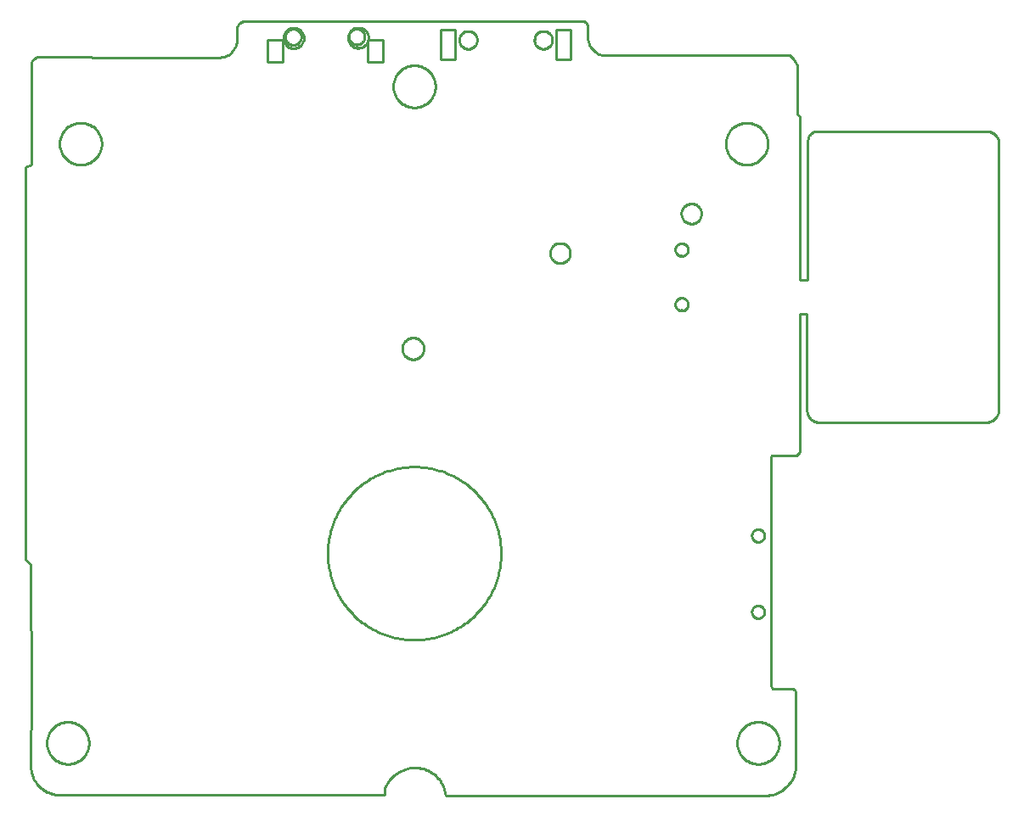
<source format=gbr>
G04 EAGLE Gerber X2 export*
%TF.Part,Single*%
%TF.FileFunction,Profile,NP*%
%TF.FilePolarity,Positive*%
%TF.GenerationSoftware,Autodesk,EAGLE,9.0.0*%
%TF.CreationDate,2018-08-21T14:51:34Z*%
G75*
%MOMM*%
%FSLAX34Y34*%
%LPD*%
%AMOC8*
5,1,8,0,0,1.08239X$1,22.5*%
G01*
%ADD10C,0.254000*%


D10*
X384657Y456733D02*
X389777Y450926D01*
X389999Y321511D01*
X389838Y251008D01*
X389798Y250846D01*
X389878Y249737D01*
X389838Y247318D01*
X390100Y244939D01*
X390322Y243931D01*
X390382Y243427D01*
X391007Y241209D01*
X392076Y238286D01*
X392298Y237802D01*
X392862Y236733D01*
X393044Y236310D01*
X393185Y236068D01*
X393386Y235685D01*
X394536Y233891D01*
X395322Y232802D01*
X395503Y232479D01*
X395786Y232157D01*
X397459Y230221D01*
X397640Y230080D01*
X398185Y229496D01*
X398447Y229254D01*
X398689Y229012D01*
X399213Y228528D01*
X399939Y227903D01*
X401310Y226834D01*
X402217Y226209D01*
X403104Y225665D01*
X403931Y225221D01*
X405886Y224153D01*
X406955Y223669D01*
X408729Y223004D01*
X410060Y222580D01*
X410826Y222439D01*
X415947Y221552D01*
X422882Y221572D01*
X432419Y221592D01*
X442338Y221572D01*
X482862Y221572D01*
X523688Y221592D01*
X540160Y221572D01*
X643225Y221572D01*
X657761Y221552D01*
X668547Y221592D01*
X678406Y221572D01*
X695825Y221572D01*
X704374Y221592D01*
X714333Y221592D01*
X728789Y221552D01*
X738063Y221592D01*
X739716Y221592D01*
X742620Y221592D01*
X742499Y223608D01*
X742801Y227237D01*
X743003Y228064D01*
X743708Y229838D01*
X744353Y231189D01*
X745140Y232661D01*
X746007Y234092D01*
X747801Y236612D01*
X749152Y238165D01*
X751914Y240866D01*
X754454Y242842D01*
X756934Y244395D01*
X758809Y245342D01*
X760865Y246270D01*
X763265Y247076D01*
X765644Y247721D01*
X768224Y248165D01*
X770704Y248387D01*
X771269Y248387D01*
X772901Y248427D01*
X773668Y248427D01*
X773890Y248427D01*
X774877Y248366D01*
X776269Y248205D01*
X777377Y248044D01*
X778446Y247862D01*
X779434Y247620D01*
X780382Y247419D01*
X781168Y247177D01*
X782922Y246612D01*
X783244Y246491D01*
X784313Y246088D01*
X784313Y246088D01*
X785684Y245483D01*
X786873Y244879D01*
X787962Y244294D01*
X789051Y243669D01*
X791188Y242157D01*
X792136Y241411D01*
X793204Y240504D01*
X795281Y238487D01*
X796047Y237641D01*
X796551Y237036D01*
X798123Y234979D01*
X798688Y234133D01*
X800140Y231673D01*
X800926Y230000D01*
X802115Y226996D01*
X803103Y223326D01*
X803466Y220806D01*
X803587Y220806D01*
X1125542Y220806D01*
X1125724Y220907D01*
X1127558Y221149D01*
X1128244Y221290D01*
X1129937Y221713D01*
X1131772Y222237D01*
X1134010Y223165D01*
X1135683Y223931D01*
X1137478Y224919D01*
X1139111Y225907D01*
X1140905Y227298D01*
X1142437Y228588D01*
X1143788Y229879D01*
X1145099Y231270D01*
X1146469Y233104D01*
X1147800Y234939D01*
X1148687Y236451D01*
X1149534Y238165D01*
X1150421Y240141D01*
X1151026Y241895D01*
X1151530Y243568D01*
X1151631Y244012D01*
X1151853Y245141D01*
X1152034Y246088D01*
X1152316Y247701D01*
X1152377Y251592D01*
X1152417Y254072D01*
X1152417Y281491D01*
X1152457Y288830D01*
X1152417Y298225D01*
X1152417Y322802D01*
X1152357Y324334D01*
X1151853Y325302D01*
X1151187Y326048D01*
X1150381Y326552D01*
X1149514Y326854D01*
X1130421Y326854D01*
X1130038Y326895D01*
X1129413Y327157D01*
X1128768Y327741D01*
X1128284Y328487D01*
X1128183Y329314D01*
X1128183Y332399D01*
X1128203Y338326D01*
X1128203Y413487D01*
X1128183Y423991D01*
X1128203Y434031D01*
X1128203Y499011D01*
X1128224Y508628D01*
X1128224Y528789D01*
X1128183Y537378D01*
X1128163Y552459D01*
X1128224Y558930D01*
X1128808Y559717D01*
X1129776Y560201D01*
X1131853Y560301D01*
X1133586Y560261D01*
X1152558Y560261D01*
X1153264Y560281D01*
X1154111Y560826D01*
X1155119Y561713D01*
X1155804Y562600D01*
X1156349Y563688D01*
X1156631Y564717D01*
X1156651Y567398D01*
X1156651Y610200D01*
X1156631Y620100D01*
X1156651Y635200D01*
X1156611Y657801D01*
X1156651Y669636D01*
X1156631Y684535D01*
X1156651Y701531D01*
X1163676Y701523D01*
X1163701Y701497D01*
X1163701Y605215D01*
X1163747Y604158D01*
X1163885Y603110D01*
X1164114Y602077D01*
X1164432Y601068D01*
X1164837Y600091D01*
X1165325Y599153D01*
X1165894Y598260D01*
X1166538Y597421D01*
X1167252Y596641D01*
X1168032Y595927D01*
X1168871Y595283D01*
X1169763Y594714D01*
X1170702Y594226D01*
X1171679Y593821D01*
X1172688Y593503D01*
X1173721Y593274D01*
X1174769Y593136D01*
X1175826Y593090D01*
X1342082Y593090D01*
X1343216Y593140D01*
X1344341Y593288D01*
X1345449Y593533D01*
X1346531Y593874D01*
X1347579Y594309D01*
X1348586Y594833D01*
X1349543Y595442D01*
X1350443Y596133D01*
X1351280Y596900D01*
X1352047Y597737D01*
X1352738Y598637D01*
X1353347Y599594D01*
X1353871Y600601D01*
X1354306Y601649D01*
X1354647Y602731D01*
X1354892Y603839D01*
X1355041Y604964D01*
X1355090Y606098D01*
X1355090Y871188D01*
X1355043Y872265D01*
X1354902Y873333D01*
X1354669Y874385D01*
X1354345Y875413D01*
X1353933Y876408D01*
X1353435Y877364D01*
X1352856Y878272D01*
X1352201Y879127D01*
X1351473Y879922D01*
X1350678Y880650D01*
X1349823Y881305D01*
X1348915Y881884D01*
X1347959Y882382D01*
X1346964Y882794D01*
X1345936Y883118D01*
X1344884Y883351D01*
X1343816Y883492D01*
X1342739Y883539D01*
X1173564Y883539D01*
X1172782Y883505D01*
X1172006Y883403D01*
X1171242Y883233D01*
X1170495Y882998D01*
X1169772Y882698D01*
X1169077Y882337D01*
X1168417Y881916D01*
X1167796Y881439D01*
X1167219Y880910D01*
X1166690Y880333D01*
X1166213Y879712D01*
X1165792Y879052D01*
X1165431Y878357D01*
X1165131Y877634D01*
X1164896Y876887D01*
X1164726Y876123D01*
X1164624Y875347D01*
X1164590Y874565D01*
X1164590Y735330D01*
X1156631Y735330D01*
X1156631Y812700D01*
X1156611Y832357D01*
X1156611Y845684D01*
X1156651Y857599D01*
X1156631Y871813D01*
X1156631Y890785D01*
X1156611Y898164D01*
X1156570Y898385D01*
X1154070Y899918D01*
X1154111Y918728D01*
X1154111Y936389D01*
X1154070Y946853D01*
X1153748Y949051D01*
X1153082Y951248D01*
X1152679Y952176D01*
X1151026Y955119D01*
X1150703Y955522D01*
X1148990Y957478D01*
X1148163Y958184D01*
X1146570Y959393D01*
X1146187Y959615D01*
X1143244Y959615D01*
X1138264Y959615D01*
X1127256Y959575D01*
X1125824Y959575D01*
X1119272Y959555D01*
X1103506Y959575D01*
X1052962Y959575D01*
X1041974Y959595D01*
X1013063Y959575D01*
X997962Y959575D01*
X963184Y959595D01*
X962579Y959555D01*
X960321Y959676D01*
X956208Y960784D01*
X952881Y962639D01*
X951349Y963869D01*
X949676Y965502D01*
X948184Y967377D01*
X946873Y969756D01*
X946349Y970946D01*
X945542Y973385D01*
X945180Y975986D01*
X945159Y983365D01*
X945159Y987740D01*
X945079Y988909D01*
X944655Y990381D01*
X944151Y991309D01*
X943587Y991954D01*
X943143Y992458D01*
X942559Y992821D01*
X941692Y993304D01*
X940966Y993506D01*
X940341Y993627D01*
X939292Y993708D01*
X938486Y993728D01*
X930119Y993708D01*
X925059Y993667D01*
X917236Y993688D01*
X909958Y993708D01*
X908123Y993688D01*
X649716Y993688D01*
X641914Y993647D01*
X632841Y993647D01*
X626975Y993748D01*
X603628Y993506D01*
X602882Y993482D01*
X602142Y993394D01*
X601412Y993241D01*
X600698Y993025D01*
X600006Y992748D01*
X599340Y992411D01*
X598706Y992018D01*
X598109Y991571D01*
X597554Y991074D01*
X597043Y990530D01*
X596582Y989943D01*
X596174Y989319D01*
X595822Y988662D01*
X595529Y987976D01*
X595296Y987268D01*
X595126Y986541D01*
X595020Y985803D01*
X594979Y985059D01*
X595079Y975240D01*
X595062Y973733D01*
X594913Y972233D01*
X594635Y970752D01*
X594228Y969300D01*
X593696Y967890D01*
X593043Y966532D01*
X592275Y965235D01*
X591396Y964011D01*
X590414Y962867D01*
X589336Y961814D01*
X588170Y960858D01*
X586926Y960008D01*
X585612Y959270D01*
X584238Y958648D01*
X582816Y958149D01*
X581356Y957776D01*
X579869Y957531D01*
X578366Y957417D01*
X503893Y957417D01*
X398084Y957619D01*
X396290Y957498D01*
X394536Y956954D01*
X393991Y956571D01*
X392177Y955200D01*
X391249Y953909D01*
X390523Y952740D01*
X390181Y951893D01*
X390544Y850139D01*
X384838Y847599D01*
X384798Y846551D01*
X384657Y456733D01*
X913520Y955787D02*
X927733Y955787D01*
X927733Y984823D01*
X913520Y984823D01*
X913520Y955787D01*
X725760Y952460D02*
X740760Y952460D01*
X740760Y974960D01*
X725760Y974960D01*
X725760Y952460D01*
X625760Y952460D02*
X640760Y952460D01*
X640760Y974960D01*
X625760Y974960D01*
X625760Y952460D01*
X798372Y955787D02*
X812585Y955787D01*
X812585Y984823D01*
X798372Y984823D01*
X798372Y955787D01*
X659291Y977395D02*
X659291Y978172D01*
X659215Y978946D01*
X659063Y979709D01*
X658838Y980453D01*
X658540Y981172D01*
X658173Y981857D01*
X657741Y982504D01*
X657248Y983105D01*
X656698Y983655D01*
X656097Y984148D01*
X655450Y984580D01*
X654765Y984947D01*
X654046Y985245D01*
X653302Y985470D01*
X652539Y985622D01*
X651765Y985698D01*
X650988Y985698D01*
X650214Y985622D01*
X649451Y985470D01*
X648707Y985245D01*
X647988Y984947D01*
X647303Y984580D01*
X646656Y984148D01*
X646055Y983655D01*
X645505Y983105D01*
X645012Y982504D01*
X644580Y981857D01*
X644213Y981172D01*
X643915Y980453D01*
X643690Y979709D01*
X643538Y978946D01*
X643462Y978172D01*
X643462Y977395D01*
X643538Y976621D01*
X643690Y975858D01*
X643915Y975114D01*
X644213Y974396D01*
X644580Y973710D01*
X645012Y973063D01*
X645505Y972462D01*
X646055Y971912D01*
X646656Y971419D01*
X647303Y970987D01*
X647988Y970620D01*
X648707Y970323D01*
X649451Y970097D01*
X650214Y969945D01*
X650988Y969869D01*
X651765Y969869D01*
X652539Y969945D01*
X653302Y970097D01*
X654046Y970323D01*
X654765Y970620D01*
X655450Y970987D01*
X656097Y971419D01*
X656698Y971912D01*
X657248Y972462D01*
X657741Y973063D01*
X658173Y973710D01*
X658540Y974396D01*
X658838Y975114D01*
X659063Y975858D01*
X659215Y976621D01*
X659291Y977395D01*
X722657Y977704D02*
X722657Y978481D01*
X722581Y979255D01*
X722429Y980018D01*
X722204Y980762D01*
X721906Y981481D01*
X721539Y982166D01*
X721107Y982813D01*
X720614Y983414D01*
X720064Y983964D01*
X719463Y984457D01*
X718816Y984889D01*
X718131Y985256D01*
X717412Y985554D01*
X716668Y985779D01*
X715905Y985931D01*
X715131Y986007D01*
X714354Y986007D01*
X713580Y985931D01*
X712817Y985779D01*
X712073Y985554D01*
X711355Y985256D01*
X710669Y984889D01*
X710022Y984457D01*
X709421Y983964D01*
X708871Y983414D01*
X708378Y982813D01*
X707946Y982166D01*
X707579Y981481D01*
X707282Y980762D01*
X707056Y980018D01*
X706904Y979255D01*
X706828Y978481D01*
X706828Y977704D01*
X706904Y976930D01*
X707056Y976167D01*
X707282Y975423D01*
X707579Y974705D01*
X707946Y974019D01*
X708378Y973372D01*
X708871Y972771D01*
X709421Y972221D01*
X710022Y971728D01*
X710669Y971296D01*
X711355Y970929D01*
X712073Y970632D01*
X712817Y970406D01*
X713580Y970254D01*
X714354Y970178D01*
X715131Y970178D01*
X715905Y970254D01*
X716668Y970406D01*
X717412Y970632D01*
X718131Y970929D01*
X718816Y971296D01*
X719463Y971728D01*
X720064Y972221D01*
X720614Y972771D01*
X721107Y973372D01*
X721539Y974019D01*
X721906Y974705D01*
X722204Y975423D01*
X722429Y976167D01*
X722581Y976930D01*
X722657Y977704D01*
X460375Y870587D02*
X460299Y869323D01*
X460146Y868066D01*
X459918Y866820D01*
X459615Y865590D01*
X459238Y864381D01*
X458789Y863197D01*
X458269Y862042D01*
X457680Y860921D01*
X457025Y859837D01*
X456306Y858795D01*
X455525Y857798D01*
X454685Y856850D01*
X453790Y855955D01*
X452842Y855115D01*
X451845Y854334D01*
X450803Y853615D01*
X449719Y852960D01*
X448598Y852371D01*
X447443Y851851D01*
X446259Y851402D01*
X445050Y851025D01*
X443820Y850722D01*
X442574Y850494D01*
X441317Y850341D01*
X440053Y850265D01*
X438787Y850265D01*
X437523Y850341D01*
X436266Y850494D01*
X435020Y850722D01*
X433790Y851025D01*
X432581Y851402D01*
X431397Y851851D01*
X430242Y852371D01*
X429121Y852960D01*
X428037Y853615D01*
X426995Y854334D01*
X425998Y855115D01*
X425050Y855955D01*
X424155Y856850D01*
X423315Y857798D01*
X422534Y858795D01*
X421815Y859837D01*
X421160Y860921D01*
X420571Y862042D01*
X420051Y863197D01*
X419602Y864381D01*
X419225Y865590D01*
X418922Y866820D01*
X418694Y868066D01*
X418541Y869323D01*
X418465Y870587D01*
X418465Y871853D01*
X418541Y873117D01*
X418694Y874374D01*
X418922Y875620D01*
X419225Y876850D01*
X419602Y878059D01*
X420051Y879243D01*
X420571Y880398D01*
X421160Y881519D01*
X421815Y882603D01*
X422534Y883645D01*
X423315Y884642D01*
X424155Y885590D01*
X425050Y886485D01*
X425998Y887325D01*
X426995Y888106D01*
X428037Y888825D01*
X429121Y889480D01*
X430242Y890069D01*
X431397Y890589D01*
X432581Y891038D01*
X433790Y891415D01*
X435020Y891718D01*
X436266Y891946D01*
X437523Y892099D01*
X438787Y892175D01*
X440053Y892175D01*
X441317Y892099D01*
X442574Y891946D01*
X443820Y891718D01*
X445050Y891415D01*
X446259Y891038D01*
X447443Y890589D01*
X448598Y890069D01*
X449719Y889480D01*
X450803Y888825D01*
X451845Y888106D01*
X452842Y887325D01*
X453790Y886485D01*
X454685Y885590D01*
X455525Y884642D01*
X456306Y883645D01*
X457025Y882603D01*
X457680Y881519D01*
X458269Y880398D01*
X458789Y879243D01*
X459238Y878059D01*
X459615Y876850D01*
X459918Y875620D01*
X460146Y874374D01*
X460299Y873117D01*
X460375Y871853D01*
X460375Y870587D01*
X793115Y927737D02*
X793039Y926473D01*
X792886Y925216D01*
X792658Y923970D01*
X792355Y922740D01*
X791978Y921531D01*
X791529Y920347D01*
X791009Y919192D01*
X790420Y918071D01*
X789765Y916987D01*
X789046Y915945D01*
X788265Y914948D01*
X787425Y914000D01*
X786530Y913105D01*
X785582Y912265D01*
X784585Y911484D01*
X783543Y910765D01*
X782459Y910110D01*
X781338Y909521D01*
X780183Y909001D01*
X778999Y908552D01*
X777790Y908175D01*
X776560Y907872D01*
X775314Y907644D01*
X774057Y907491D01*
X772793Y907415D01*
X771527Y907415D01*
X770263Y907491D01*
X769006Y907644D01*
X767760Y907872D01*
X766530Y908175D01*
X765321Y908552D01*
X764137Y909001D01*
X762982Y909521D01*
X761861Y910110D01*
X760777Y910765D01*
X759735Y911484D01*
X758738Y912265D01*
X757790Y913105D01*
X756895Y914000D01*
X756055Y914948D01*
X755274Y915945D01*
X754555Y916987D01*
X753900Y918071D01*
X753311Y919192D01*
X752791Y920347D01*
X752342Y921531D01*
X751965Y922740D01*
X751662Y923970D01*
X751434Y925216D01*
X751281Y926473D01*
X751205Y927737D01*
X751205Y929003D01*
X751281Y930267D01*
X751434Y931524D01*
X751662Y932770D01*
X751965Y934000D01*
X752342Y935209D01*
X752791Y936393D01*
X753311Y937548D01*
X753900Y938669D01*
X754555Y939753D01*
X755274Y940795D01*
X756055Y941792D01*
X756895Y942740D01*
X757790Y943635D01*
X758738Y944475D01*
X759735Y945256D01*
X760777Y945975D01*
X761861Y946630D01*
X762982Y947219D01*
X764137Y947739D01*
X765321Y948188D01*
X766530Y948565D01*
X767760Y948868D01*
X769006Y949096D01*
X770263Y949249D01*
X771527Y949325D01*
X772793Y949325D01*
X774057Y949249D01*
X775314Y949096D01*
X776560Y948868D01*
X777790Y948565D01*
X778999Y948188D01*
X780183Y947739D01*
X781338Y947219D01*
X782459Y946630D01*
X783543Y945975D01*
X784585Y945256D01*
X785582Y944475D01*
X786530Y943635D01*
X787425Y942740D01*
X788265Y941792D01*
X789046Y940795D01*
X789765Y939753D01*
X790420Y938669D01*
X791009Y937548D01*
X791529Y936393D01*
X791978Y935209D01*
X792355Y934000D01*
X792658Y932770D01*
X792886Y931524D01*
X793039Y930267D01*
X793115Y929003D01*
X793115Y927737D01*
X1124585Y870587D02*
X1124509Y869323D01*
X1124356Y868066D01*
X1124128Y866820D01*
X1123825Y865590D01*
X1123448Y864381D01*
X1122999Y863197D01*
X1122479Y862042D01*
X1121890Y860921D01*
X1121235Y859837D01*
X1120516Y858795D01*
X1119735Y857798D01*
X1118895Y856850D01*
X1118000Y855955D01*
X1117052Y855115D01*
X1116055Y854334D01*
X1115013Y853615D01*
X1113929Y852960D01*
X1112808Y852371D01*
X1111653Y851851D01*
X1110469Y851402D01*
X1109260Y851025D01*
X1108030Y850722D01*
X1106784Y850494D01*
X1105527Y850341D01*
X1104263Y850265D01*
X1102997Y850265D01*
X1101733Y850341D01*
X1100476Y850494D01*
X1099230Y850722D01*
X1098000Y851025D01*
X1096791Y851402D01*
X1095607Y851851D01*
X1094452Y852371D01*
X1093331Y852960D01*
X1092247Y853615D01*
X1091205Y854334D01*
X1090208Y855115D01*
X1089260Y855955D01*
X1088365Y856850D01*
X1087525Y857798D01*
X1086744Y858795D01*
X1086025Y859837D01*
X1085370Y860921D01*
X1084781Y862042D01*
X1084261Y863197D01*
X1083812Y864381D01*
X1083435Y865590D01*
X1083132Y866820D01*
X1082904Y868066D01*
X1082751Y869323D01*
X1082675Y870587D01*
X1082675Y871853D01*
X1082751Y873117D01*
X1082904Y874374D01*
X1083132Y875620D01*
X1083435Y876850D01*
X1083812Y878059D01*
X1084261Y879243D01*
X1084781Y880398D01*
X1085370Y881519D01*
X1086025Y882603D01*
X1086744Y883645D01*
X1087525Y884642D01*
X1088365Y885590D01*
X1089260Y886485D01*
X1090208Y887325D01*
X1091205Y888106D01*
X1092247Y888825D01*
X1093331Y889480D01*
X1094452Y890069D01*
X1095607Y890589D01*
X1096791Y891038D01*
X1098000Y891415D01*
X1099230Y891718D01*
X1100476Y891946D01*
X1101733Y892099D01*
X1102997Y892175D01*
X1104263Y892175D01*
X1105527Y892099D01*
X1106784Y891946D01*
X1108030Y891718D01*
X1109260Y891415D01*
X1110469Y891038D01*
X1111653Y890589D01*
X1112808Y890069D01*
X1113929Y889480D01*
X1115013Y888825D01*
X1116055Y888106D01*
X1117052Y887325D01*
X1118000Y886485D01*
X1118895Y885590D01*
X1119735Y884642D01*
X1120516Y883645D01*
X1121235Y882603D01*
X1121890Y881519D01*
X1122479Y880398D01*
X1122999Y879243D01*
X1123448Y878059D01*
X1123825Y876850D01*
X1124128Y875620D01*
X1124356Y874374D01*
X1124509Y873117D01*
X1124585Y871853D01*
X1124585Y870587D01*
X1136015Y272417D02*
X1135939Y271153D01*
X1135786Y269896D01*
X1135558Y268650D01*
X1135255Y267420D01*
X1134878Y266211D01*
X1134429Y265027D01*
X1133909Y263872D01*
X1133320Y262751D01*
X1132665Y261667D01*
X1131946Y260625D01*
X1131165Y259628D01*
X1130325Y258680D01*
X1129430Y257785D01*
X1128482Y256945D01*
X1127485Y256164D01*
X1126443Y255445D01*
X1125359Y254790D01*
X1124238Y254201D01*
X1123083Y253681D01*
X1121899Y253232D01*
X1120690Y252855D01*
X1119460Y252552D01*
X1118214Y252324D01*
X1116957Y252171D01*
X1115693Y252095D01*
X1114427Y252095D01*
X1113163Y252171D01*
X1111906Y252324D01*
X1110660Y252552D01*
X1109430Y252855D01*
X1108221Y253232D01*
X1107037Y253681D01*
X1105882Y254201D01*
X1104761Y254790D01*
X1103677Y255445D01*
X1102635Y256164D01*
X1101638Y256945D01*
X1100690Y257785D01*
X1099795Y258680D01*
X1098955Y259628D01*
X1098174Y260625D01*
X1097455Y261667D01*
X1096800Y262751D01*
X1096211Y263872D01*
X1095691Y265027D01*
X1095242Y266211D01*
X1094865Y267420D01*
X1094562Y268650D01*
X1094334Y269896D01*
X1094181Y271153D01*
X1094105Y272417D01*
X1094105Y273683D01*
X1094181Y274947D01*
X1094334Y276204D01*
X1094562Y277450D01*
X1094865Y278680D01*
X1095242Y279889D01*
X1095691Y281073D01*
X1096211Y282228D01*
X1096800Y283349D01*
X1097455Y284433D01*
X1098174Y285475D01*
X1098955Y286472D01*
X1099795Y287420D01*
X1100690Y288315D01*
X1101638Y289155D01*
X1102635Y289936D01*
X1103677Y290655D01*
X1104761Y291310D01*
X1105882Y291899D01*
X1107037Y292419D01*
X1108221Y292868D01*
X1109430Y293245D01*
X1110660Y293548D01*
X1111906Y293776D01*
X1113163Y293929D01*
X1114427Y294005D01*
X1115693Y294005D01*
X1116957Y293929D01*
X1118214Y293776D01*
X1119460Y293548D01*
X1120690Y293245D01*
X1121899Y292868D01*
X1123083Y292419D01*
X1124238Y291899D01*
X1125359Y291310D01*
X1126443Y290655D01*
X1127485Y289936D01*
X1128482Y289155D01*
X1129430Y288315D01*
X1130325Y287420D01*
X1131165Y286472D01*
X1131946Y285475D01*
X1132665Y284433D01*
X1133320Y283349D01*
X1133909Y282228D01*
X1134429Y281073D01*
X1134878Y279889D01*
X1135255Y278680D01*
X1135558Y277450D01*
X1135786Y276204D01*
X1135939Y274947D01*
X1136015Y273683D01*
X1136015Y272417D01*
X447675Y272417D02*
X447599Y271153D01*
X447446Y269896D01*
X447218Y268650D01*
X446915Y267420D01*
X446538Y266211D01*
X446089Y265027D01*
X445569Y263872D01*
X444980Y262751D01*
X444325Y261667D01*
X443606Y260625D01*
X442825Y259628D01*
X441985Y258680D01*
X441090Y257785D01*
X440142Y256945D01*
X439145Y256164D01*
X438103Y255445D01*
X437019Y254790D01*
X435898Y254201D01*
X434743Y253681D01*
X433559Y253232D01*
X432350Y252855D01*
X431120Y252552D01*
X429874Y252324D01*
X428617Y252171D01*
X427353Y252095D01*
X426087Y252095D01*
X424823Y252171D01*
X423566Y252324D01*
X422320Y252552D01*
X421090Y252855D01*
X419881Y253232D01*
X418697Y253681D01*
X417542Y254201D01*
X416421Y254790D01*
X415337Y255445D01*
X414295Y256164D01*
X413298Y256945D01*
X412350Y257785D01*
X411455Y258680D01*
X410615Y259628D01*
X409834Y260625D01*
X409115Y261667D01*
X408460Y262751D01*
X407871Y263872D01*
X407351Y265027D01*
X406902Y266211D01*
X406525Y267420D01*
X406222Y268650D01*
X405994Y269896D01*
X405841Y271153D01*
X405765Y272417D01*
X405765Y273683D01*
X405841Y274947D01*
X405994Y276204D01*
X406222Y277450D01*
X406525Y278680D01*
X406902Y279889D01*
X407351Y281073D01*
X407871Y282228D01*
X408460Y283349D01*
X409115Y284433D01*
X409834Y285475D01*
X410615Y286472D01*
X411455Y287420D01*
X412350Y288315D01*
X413298Y289155D01*
X414295Y289936D01*
X415337Y290655D01*
X416421Y291310D01*
X417542Y291899D01*
X418697Y292419D01*
X419881Y292868D01*
X421090Y293245D01*
X422320Y293548D01*
X423566Y293776D01*
X424823Y293929D01*
X426087Y294005D01*
X427353Y294005D01*
X428617Y293929D01*
X429874Y293776D01*
X431120Y293548D01*
X432350Y293245D01*
X433559Y292868D01*
X434743Y292419D01*
X435898Y291899D01*
X437019Y291310D01*
X438103Y290655D01*
X439145Y289936D01*
X440142Y289155D01*
X441090Y288315D01*
X441985Y287420D01*
X442825Y286472D01*
X443606Y285475D01*
X444325Y284433D01*
X444980Y283349D01*
X445569Y282228D01*
X446089Y281073D01*
X446538Y279889D01*
X446915Y278680D01*
X447218Y277450D01*
X447446Y276204D01*
X447599Y274947D01*
X447675Y273683D01*
X447675Y272417D01*
X781685Y666326D02*
X781618Y665480D01*
X781486Y664642D01*
X781288Y663818D01*
X781026Y663011D01*
X780701Y662227D01*
X780316Y661471D01*
X779873Y660748D01*
X779374Y660062D01*
X778823Y659417D01*
X778223Y658817D01*
X777578Y658266D01*
X776892Y657767D01*
X776169Y657324D01*
X775413Y656939D01*
X774629Y656614D01*
X773822Y656352D01*
X772998Y656154D01*
X772160Y656022D01*
X771314Y655955D01*
X770466Y655955D01*
X769620Y656022D01*
X768782Y656154D01*
X767958Y656352D01*
X767151Y656614D01*
X766367Y656939D01*
X765611Y657324D01*
X764888Y657767D01*
X764202Y658266D01*
X763557Y658817D01*
X762957Y659417D01*
X762406Y660062D01*
X761907Y660748D01*
X761464Y661471D01*
X761079Y662227D01*
X760754Y663011D01*
X760492Y663818D01*
X760294Y664642D01*
X760162Y665480D01*
X760095Y666326D01*
X760095Y667174D01*
X760162Y668020D01*
X760294Y668858D01*
X760492Y669682D01*
X760754Y670489D01*
X761079Y671273D01*
X761464Y672029D01*
X761907Y672752D01*
X762406Y673438D01*
X762957Y674083D01*
X763557Y674683D01*
X764202Y675234D01*
X764888Y675733D01*
X765611Y676176D01*
X766367Y676561D01*
X767151Y676886D01*
X767958Y677148D01*
X768782Y677346D01*
X769620Y677478D01*
X770466Y677545D01*
X771314Y677545D01*
X772160Y677478D01*
X772998Y677346D01*
X773822Y677148D01*
X774629Y676886D01*
X775413Y676561D01*
X776169Y676176D01*
X776892Y675733D01*
X777578Y675234D01*
X778223Y674683D01*
X778823Y674083D01*
X779374Y673438D01*
X779873Y672752D01*
X780316Y672029D01*
X780701Y671273D01*
X781026Y670489D01*
X781288Y669682D01*
X781486Y668858D01*
X781618Y668020D01*
X781685Y667174D01*
X781685Y666326D01*
X858520Y460976D02*
X858441Y458368D01*
X858284Y455764D01*
X858048Y453165D01*
X857733Y450576D01*
X857341Y447996D01*
X856870Y445430D01*
X856323Y442879D01*
X855698Y440346D01*
X854998Y437833D01*
X854222Y435342D01*
X853371Y432876D01*
X852445Y430437D01*
X851447Y428026D01*
X850376Y425647D01*
X849234Y423302D01*
X848022Y420991D01*
X846740Y418719D01*
X845390Y416486D01*
X843974Y414295D01*
X842492Y412148D01*
X840946Y410047D01*
X839337Y407993D01*
X837666Y405989D01*
X835936Y404036D01*
X834148Y402137D01*
X832303Y400292D01*
X830404Y398504D01*
X828451Y396774D01*
X826447Y395103D01*
X824393Y393494D01*
X822292Y391948D01*
X820145Y390466D01*
X817954Y389050D01*
X815721Y387700D01*
X813449Y386418D01*
X811138Y385206D01*
X808793Y384064D01*
X806414Y382993D01*
X804003Y381995D01*
X801564Y381069D01*
X799098Y380218D01*
X796607Y379442D01*
X794094Y378742D01*
X791561Y378117D01*
X789010Y377570D01*
X786444Y377099D01*
X783865Y376707D01*
X781275Y376392D01*
X778676Y376156D01*
X776072Y375999D01*
X773464Y375920D01*
X770856Y375920D01*
X768248Y375999D01*
X765644Y376156D01*
X763045Y376392D01*
X760456Y376707D01*
X757876Y377099D01*
X755310Y377570D01*
X752759Y378117D01*
X750226Y378742D01*
X747713Y379442D01*
X745222Y380218D01*
X742756Y381069D01*
X740317Y381995D01*
X737906Y382993D01*
X735527Y384064D01*
X733182Y385206D01*
X730871Y386418D01*
X728599Y387700D01*
X726366Y389050D01*
X724175Y390466D01*
X722028Y391948D01*
X719927Y393494D01*
X717873Y395103D01*
X715869Y396774D01*
X713916Y398504D01*
X712017Y400292D01*
X710172Y402137D01*
X708384Y404036D01*
X706654Y405989D01*
X704983Y407993D01*
X703374Y410047D01*
X701828Y412148D01*
X700346Y414295D01*
X698930Y416486D01*
X697580Y418719D01*
X696298Y420991D01*
X695086Y423302D01*
X693944Y425647D01*
X692873Y428026D01*
X691875Y430437D01*
X690949Y432876D01*
X690098Y435342D01*
X689322Y437833D01*
X688622Y440346D01*
X687997Y442879D01*
X687450Y445430D01*
X686979Y447996D01*
X686587Y450576D01*
X686272Y453165D01*
X686036Y455764D01*
X685879Y458368D01*
X685800Y460976D01*
X685800Y463584D01*
X685879Y466192D01*
X686036Y468796D01*
X686272Y471395D01*
X686587Y473985D01*
X686979Y476564D01*
X687450Y479130D01*
X687997Y481681D01*
X688622Y484214D01*
X689322Y486727D01*
X690098Y489218D01*
X690949Y491684D01*
X691875Y494123D01*
X692873Y496534D01*
X693944Y498913D01*
X695086Y501258D01*
X696298Y503569D01*
X697580Y505841D01*
X698930Y508074D01*
X700346Y510265D01*
X701828Y512412D01*
X703374Y514513D01*
X704983Y516567D01*
X706654Y518571D01*
X708384Y520524D01*
X710172Y522423D01*
X712017Y524268D01*
X713916Y526056D01*
X715869Y527786D01*
X717873Y529457D01*
X719927Y531066D01*
X722028Y532612D01*
X724175Y534094D01*
X726366Y535510D01*
X728599Y536860D01*
X730871Y538142D01*
X733182Y539354D01*
X735527Y540496D01*
X737906Y541567D01*
X740317Y542565D01*
X742756Y543491D01*
X745222Y544342D01*
X747713Y545118D01*
X750226Y545818D01*
X752759Y546443D01*
X755310Y546990D01*
X757876Y547461D01*
X760456Y547853D01*
X763045Y548168D01*
X765644Y548404D01*
X768248Y548561D01*
X770856Y548640D01*
X773464Y548640D01*
X776072Y548561D01*
X778676Y548404D01*
X781275Y548168D01*
X783865Y547853D01*
X786444Y547461D01*
X789010Y546990D01*
X791561Y546443D01*
X794094Y545818D01*
X796607Y545118D01*
X799098Y544342D01*
X801564Y543491D01*
X804003Y542565D01*
X806414Y541567D01*
X808793Y540496D01*
X811138Y539354D01*
X813449Y538142D01*
X815721Y536860D01*
X817954Y535510D01*
X820145Y534094D01*
X822292Y532612D01*
X824393Y531066D01*
X826447Y529457D01*
X828451Y527786D01*
X830404Y526056D01*
X832303Y524268D01*
X834148Y522423D01*
X835936Y520524D01*
X837666Y518571D01*
X839337Y516567D01*
X840946Y514513D01*
X842492Y512412D01*
X843974Y510265D01*
X845390Y508074D01*
X846740Y505841D01*
X848022Y503569D01*
X849234Y501258D01*
X850376Y498913D01*
X851447Y496534D01*
X852445Y494123D01*
X853371Y491684D01*
X854222Y489218D01*
X854998Y486727D01*
X855698Y484214D01*
X856323Y481681D01*
X856870Y479130D01*
X857341Y476564D01*
X857733Y473985D01*
X858048Y471395D01*
X858284Y468796D01*
X858441Y466192D01*
X858520Y463584D01*
X858520Y460976D01*
X927575Y761563D02*
X927499Y760694D01*
X927347Y759834D01*
X927121Y758990D01*
X926823Y758170D01*
X926454Y757378D01*
X926017Y756622D01*
X925516Y755907D01*
X924955Y755238D01*
X924337Y754620D01*
X923668Y754059D01*
X922953Y753558D01*
X922197Y753121D01*
X921405Y752752D01*
X920585Y752454D01*
X919741Y752228D01*
X918882Y752076D01*
X918012Y752000D01*
X917138Y752000D01*
X916269Y752076D01*
X915409Y752228D01*
X914565Y752454D01*
X913745Y752752D01*
X912953Y753121D01*
X912197Y753558D01*
X911482Y754059D01*
X910813Y754620D01*
X910195Y755238D01*
X909634Y755907D01*
X909133Y756622D01*
X908696Y757378D01*
X908327Y758170D01*
X908029Y758990D01*
X907803Y759834D01*
X907651Y760694D01*
X907575Y761563D01*
X907575Y762437D01*
X907651Y763307D01*
X907803Y764166D01*
X908029Y765010D01*
X908327Y765830D01*
X908696Y766622D01*
X909133Y767378D01*
X909634Y768093D01*
X910195Y768762D01*
X910813Y769380D01*
X911482Y769941D01*
X912197Y770442D01*
X912953Y770879D01*
X913745Y771248D01*
X914565Y771546D01*
X915409Y771772D01*
X916269Y771924D01*
X917138Y772000D01*
X918012Y772000D01*
X918882Y771924D01*
X919741Y771772D01*
X920585Y771546D01*
X921405Y771248D01*
X922197Y770879D01*
X922953Y770442D01*
X923668Y769941D01*
X924337Y769380D01*
X924955Y768762D01*
X925516Y768093D01*
X926017Y767378D01*
X926454Y766622D01*
X926823Y765830D01*
X927121Y765010D01*
X927347Y764166D01*
X927499Y763307D01*
X927575Y762437D01*
X927575Y761563D01*
X1058385Y800933D02*
X1058309Y800064D01*
X1058157Y799204D01*
X1057931Y798360D01*
X1057633Y797540D01*
X1057264Y796748D01*
X1056827Y795992D01*
X1056326Y795277D01*
X1055765Y794608D01*
X1055147Y793990D01*
X1054478Y793429D01*
X1053763Y792928D01*
X1053007Y792491D01*
X1052215Y792122D01*
X1051395Y791824D01*
X1050551Y791598D01*
X1049692Y791446D01*
X1048822Y791370D01*
X1047948Y791370D01*
X1047079Y791446D01*
X1046219Y791598D01*
X1045375Y791824D01*
X1044555Y792122D01*
X1043763Y792491D01*
X1043007Y792928D01*
X1042292Y793429D01*
X1041623Y793990D01*
X1041005Y794608D01*
X1040444Y795277D01*
X1039943Y795992D01*
X1039506Y796748D01*
X1039137Y797540D01*
X1038839Y798360D01*
X1038613Y799204D01*
X1038461Y800064D01*
X1038385Y800933D01*
X1038385Y801807D01*
X1038461Y802677D01*
X1038613Y803536D01*
X1038839Y804380D01*
X1039137Y805200D01*
X1039506Y805992D01*
X1039943Y806748D01*
X1040444Y807463D01*
X1041005Y808132D01*
X1041623Y808750D01*
X1042292Y809311D01*
X1043007Y809812D01*
X1043763Y810249D01*
X1044555Y810618D01*
X1045375Y810916D01*
X1046219Y811142D01*
X1047079Y811294D01*
X1047948Y811370D01*
X1048822Y811370D01*
X1049692Y811294D01*
X1050551Y811142D01*
X1051395Y810916D01*
X1052215Y810618D01*
X1053007Y810249D01*
X1053763Y809812D01*
X1054478Y809311D01*
X1055147Y808750D01*
X1055765Y808132D01*
X1056326Y807463D01*
X1056827Y806748D01*
X1057264Y805992D01*
X1057633Y805200D01*
X1057931Y804380D01*
X1058157Y803536D01*
X1058309Y802677D01*
X1058385Y801807D01*
X1058385Y800933D01*
X1045083Y710602D02*
X1045022Y709981D01*
X1044900Y709369D01*
X1044719Y708772D01*
X1044480Y708196D01*
X1044186Y707646D01*
X1043840Y707127D01*
X1043444Y706645D01*
X1043003Y706204D01*
X1042520Y705808D01*
X1042002Y705461D01*
X1041451Y705167D01*
X1040875Y704928D01*
X1040278Y704747D01*
X1039666Y704625D01*
X1039045Y704564D01*
X1038421Y704564D01*
X1037800Y704625D01*
X1037188Y704747D01*
X1036591Y704928D01*
X1036015Y705167D01*
X1035465Y705461D01*
X1034946Y705808D01*
X1034463Y706204D01*
X1034022Y706645D01*
X1033626Y707127D01*
X1033280Y707646D01*
X1032986Y708196D01*
X1032747Y708772D01*
X1032566Y709369D01*
X1032444Y709981D01*
X1032383Y710602D01*
X1032383Y711226D01*
X1032444Y711847D01*
X1032566Y712459D01*
X1032747Y713056D01*
X1032986Y713633D01*
X1033280Y714183D01*
X1033626Y714702D01*
X1034022Y715184D01*
X1034463Y715625D01*
X1034946Y716021D01*
X1035465Y716367D01*
X1036015Y716662D01*
X1036591Y716900D01*
X1037188Y717081D01*
X1037800Y717203D01*
X1038421Y717264D01*
X1039045Y717264D01*
X1039666Y717203D01*
X1040278Y717081D01*
X1040875Y716900D01*
X1041451Y716662D01*
X1042002Y716367D01*
X1042520Y716021D01*
X1043003Y715625D01*
X1043444Y715184D01*
X1043840Y714702D01*
X1044186Y714183D01*
X1044480Y713633D01*
X1044719Y713056D01*
X1044900Y712459D01*
X1045022Y711847D01*
X1045083Y711226D01*
X1045083Y710602D01*
X1045083Y765149D02*
X1045022Y764528D01*
X1044900Y763916D01*
X1044719Y763319D01*
X1044480Y762743D01*
X1044186Y762192D01*
X1043840Y761674D01*
X1043444Y761191D01*
X1043003Y760750D01*
X1042520Y760354D01*
X1042002Y760008D01*
X1041451Y759714D01*
X1040875Y759475D01*
X1040278Y759294D01*
X1039666Y759172D01*
X1039045Y759111D01*
X1038421Y759111D01*
X1037800Y759172D01*
X1037188Y759294D01*
X1036591Y759475D01*
X1036015Y759714D01*
X1035465Y760008D01*
X1034946Y760354D01*
X1034463Y760750D01*
X1034022Y761191D01*
X1033626Y761674D01*
X1033280Y762192D01*
X1032986Y762743D01*
X1032747Y763319D01*
X1032566Y763916D01*
X1032444Y764528D01*
X1032383Y765149D01*
X1032383Y765773D01*
X1032444Y766394D01*
X1032566Y767006D01*
X1032747Y767603D01*
X1032986Y768179D01*
X1033280Y768729D01*
X1033626Y769248D01*
X1034022Y769730D01*
X1034463Y770171D01*
X1034946Y770567D01*
X1035465Y770914D01*
X1036015Y771208D01*
X1036591Y771447D01*
X1037188Y771628D01*
X1037800Y771750D01*
X1038421Y771811D01*
X1039045Y771811D01*
X1039666Y771750D01*
X1040278Y771628D01*
X1040875Y771447D01*
X1041451Y771208D01*
X1042002Y770914D01*
X1042520Y770567D01*
X1043003Y770171D01*
X1043444Y769730D01*
X1043840Y769248D01*
X1044186Y768729D01*
X1044480Y768179D01*
X1044719Y767603D01*
X1044900Y767006D01*
X1045022Y766394D01*
X1045083Y765773D01*
X1045083Y765149D01*
X661988Y976186D02*
X661910Y975303D01*
X661756Y974429D01*
X661527Y973572D01*
X661223Y972738D01*
X660848Y971934D01*
X660405Y971166D01*
X659896Y970439D01*
X659325Y969759D01*
X658698Y969132D01*
X658018Y968562D01*
X657292Y968053D01*
X656523Y967609D01*
X655719Y967234D01*
X654886Y966931D01*
X654029Y966701D01*
X653155Y966547D01*
X652271Y966470D01*
X651384Y966470D01*
X650500Y966547D01*
X649626Y966701D01*
X648769Y966931D01*
X647936Y967234D01*
X647132Y967609D01*
X646363Y968053D01*
X645637Y968562D01*
X644957Y969132D01*
X644330Y969759D01*
X643759Y970439D01*
X643250Y971166D01*
X642807Y971934D01*
X642432Y972738D01*
X642129Y973572D01*
X641899Y974429D01*
X641745Y975303D01*
X641668Y976186D01*
X641668Y977074D01*
X641745Y977957D01*
X641899Y978831D01*
X642129Y979688D01*
X642432Y980522D01*
X642807Y981326D01*
X643250Y982094D01*
X643759Y982821D01*
X644330Y983501D01*
X644957Y984128D01*
X645637Y984698D01*
X646363Y985207D01*
X647132Y985651D01*
X647936Y986026D01*
X648769Y986329D01*
X649626Y986559D01*
X650500Y986713D01*
X651384Y986790D01*
X652271Y986790D01*
X653155Y986713D01*
X654029Y986559D01*
X654886Y986329D01*
X655719Y986026D01*
X656523Y985651D01*
X657292Y985207D01*
X658018Y984698D01*
X658698Y984128D01*
X659325Y983501D01*
X659896Y982821D01*
X660405Y982094D01*
X660848Y981326D01*
X661223Y980522D01*
X661527Y979688D01*
X661756Y978831D01*
X661910Y977957D01*
X661988Y977074D01*
X661988Y976186D01*
X726440Y976504D02*
X726363Y975620D01*
X726209Y974746D01*
X725979Y973889D01*
X725676Y973056D01*
X725301Y972252D01*
X724857Y971483D01*
X724348Y970757D01*
X723778Y970077D01*
X723151Y969450D01*
X722471Y968879D01*
X721744Y968370D01*
X720976Y967927D01*
X720172Y967552D01*
X719338Y967249D01*
X718481Y967019D01*
X717607Y966865D01*
X716724Y966788D01*
X715836Y966788D01*
X714953Y966865D01*
X714079Y967019D01*
X713222Y967249D01*
X712388Y967552D01*
X711584Y967927D01*
X710816Y968370D01*
X710089Y968879D01*
X709409Y969450D01*
X708782Y970077D01*
X708212Y970757D01*
X707703Y971483D01*
X707259Y972252D01*
X706884Y973056D01*
X706581Y973889D01*
X706351Y974746D01*
X706197Y975620D01*
X706120Y976504D01*
X706120Y977391D01*
X706197Y978275D01*
X706351Y979149D01*
X706581Y980006D01*
X706884Y980839D01*
X707259Y981643D01*
X707703Y982412D01*
X708212Y983138D01*
X708782Y983818D01*
X709409Y984445D01*
X710089Y985016D01*
X710816Y985525D01*
X711584Y985968D01*
X712388Y986343D01*
X713222Y986647D01*
X714079Y986876D01*
X714953Y987030D01*
X715836Y987108D01*
X716724Y987108D01*
X717607Y987030D01*
X718481Y986876D01*
X719338Y986647D01*
X720172Y986343D01*
X720976Y985968D01*
X721744Y985525D01*
X722471Y985016D01*
X723151Y984445D01*
X723778Y983818D01*
X724348Y983138D01*
X724857Y982412D01*
X725301Y981643D01*
X725676Y980839D01*
X725979Y980006D01*
X726209Y979149D01*
X726363Y978275D01*
X726440Y977391D01*
X726440Y976504D01*
X460375Y870587D02*
X460299Y869323D01*
X460146Y868066D01*
X459918Y866820D01*
X459615Y865590D01*
X459238Y864381D01*
X458789Y863197D01*
X458269Y862042D01*
X457680Y860921D01*
X457025Y859837D01*
X456306Y858795D01*
X455525Y857798D01*
X454685Y856850D01*
X453790Y855955D01*
X452842Y855115D01*
X451845Y854334D01*
X450803Y853615D01*
X449719Y852960D01*
X448598Y852371D01*
X447443Y851851D01*
X446259Y851402D01*
X445050Y851025D01*
X443820Y850722D01*
X442574Y850494D01*
X441317Y850341D01*
X440053Y850265D01*
X438787Y850265D01*
X437523Y850341D01*
X436266Y850494D01*
X435020Y850722D01*
X433790Y851025D01*
X432581Y851402D01*
X431397Y851851D01*
X430242Y852371D01*
X429121Y852960D01*
X428037Y853615D01*
X426995Y854334D01*
X425998Y855115D01*
X425050Y855955D01*
X424155Y856850D01*
X423315Y857798D01*
X422534Y858795D01*
X421815Y859837D01*
X421160Y860921D01*
X420571Y862042D01*
X420051Y863197D01*
X419602Y864381D01*
X419225Y865590D01*
X418922Y866820D01*
X418694Y868066D01*
X418541Y869323D01*
X418465Y870587D01*
X418465Y871853D01*
X418541Y873117D01*
X418694Y874374D01*
X418922Y875620D01*
X419225Y876850D01*
X419602Y878059D01*
X420051Y879243D01*
X420571Y880398D01*
X421160Y881519D01*
X421815Y882603D01*
X422534Y883645D01*
X423315Y884642D01*
X424155Y885590D01*
X425050Y886485D01*
X425998Y887325D01*
X426995Y888106D01*
X428037Y888825D01*
X429121Y889480D01*
X430242Y890069D01*
X431397Y890589D01*
X432581Y891038D01*
X433790Y891415D01*
X435020Y891718D01*
X436266Y891946D01*
X437523Y892099D01*
X438787Y892175D01*
X440053Y892175D01*
X441317Y892099D01*
X442574Y891946D01*
X443820Y891718D01*
X445050Y891415D01*
X446259Y891038D01*
X447443Y890589D01*
X448598Y890069D01*
X449719Y889480D01*
X450803Y888825D01*
X451845Y888106D01*
X452842Y887325D01*
X453790Y886485D01*
X454685Y885590D01*
X455525Y884642D01*
X456306Y883645D01*
X457025Y882603D01*
X457680Y881519D01*
X458269Y880398D01*
X458789Y879243D01*
X459238Y878059D01*
X459615Y876850D01*
X459918Y875620D01*
X460146Y874374D01*
X460299Y873117D01*
X460375Y871853D01*
X460375Y870587D01*
X793115Y927737D02*
X793039Y926473D01*
X792886Y925216D01*
X792658Y923970D01*
X792355Y922740D01*
X791978Y921531D01*
X791529Y920347D01*
X791009Y919192D01*
X790420Y918071D01*
X789765Y916987D01*
X789046Y915945D01*
X788265Y914948D01*
X787425Y914000D01*
X786530Y913105D01*
X785582Y912265D01*
X784585Y911484D01*
X783543Y910765D01*
X782459Y910110D01*
X781338Y909521D01*
X780183Y909001D01*
X778999Y908552D01*
X777790Y908175D01*
X776560Y907872D01*
X775314Y907644D01*
X774057Y907491D01*
X772793Y907415D01*
X771527Y907415D01*
X770263Y907491D01*
X769006Y907644D01*
X767760Y907872D01*
X766530Y908175D01*
X765321Y908552D01*
X764137Y909001D01*
X762982Y909521D01*
X761861Y910110D01*
X760777Y910765D01*
X759735Y911484D01*
X758738Y912265D01*
X757790Y913105D01*
X756895Y914000D01*
X756055Y914948D01*
X755274Y915945D01*
X754555Y916987D01*
X753900Y918071D01*
X753311Y919192D01*
X752791Y920347D01*
X752342Y921531D01*
X751965Y922740D01*
X751662Y923970D01*
X751434Y925216D01*
X751281Y926473D01*
X751205Y927737D01*
X751205Y929003D01*
X751281Y930267D01*
X751434Y931524D01*
X751662Y932770D01*
X751965Y934000D01*
X752342Y935209D01*
X752791Y936393D01*
X753311Y937548D01*
X753900Y938669D01*
X754555Y939753D01*
X755274Y940795D01*
X756055Y941792D01*
X756895Y942740D01*
X757790Y943635D01*
X758738Y944475D01*
X759735Y945256D01*
X760777Y945975D01*
X761861Y946630D01*
X762982Y947219D01*
X764137Y947739D01*
X765321Y948188D01*
X766530Y948565D01*
X767760Y948868D01*
X769006Y949096D01*
X770263Y949249D01*
X771527Y949325D01*
X772793Y949325D01*
X774057Y949249D01*
X775314Y949096D01*
X776560Y948868D01*
X777790Y948565D01*
X778999Y948188D01*
X780183Y947739D01*
X781338Y947219D01*
X782459Y946630D01*
X783543Y945975D01*
X784585Y945256D01*
X785582Y944475D01*
X786530Y943635D01*
X787425Y942740D01*
X788265Y941792D01*
X789046Y940795D01*
X789765Y939753D01*
X790420Y938669D01*
X791009Y937548D01*
X791529Y936393D01*
X791978Y935209D01*
X792355Y934000D01*
X792658Y932770D01*
X792886Y931524D01*
X793039Y930267D01*
X793115Y929003D01*
X793115Y927737D01*
X1124585Y870587D02*
X1124509Y869323D01*
X1124356Y868066D01*
X1124128Y866820D01*
X1123825Y865590D01*
X1123448Y864381D01*
X1122999Y863197D01*
X1122479Y862042D01*
X1121890Y860921D01*
X1121235Y859837D01*
X1120516Y858795D01*
X1119735Y857798D01*
X1118895Y856850D01*
X1118000Y855955D01*
X1117052Y855115D01*
X1116055Y854334D01*
X1115013Y853615D01*
X1113929Y852960D01*
X1112808Y852371D01*
X1111653Y851851D01*
X1110469Y851402D01*
X1109260Y851025D01*
X1108030Y850722D01*
X1106784Y850494D01*
X1105527Y850341D01*
X1104263Y850265D01*
X1102997Y850265D01*
X1101733Y850341D01*
X1100476Y850494D01*
X1099230Y850722D01*
X1098000Y851025D01*
X1096791Y851402D01*
X1095607Y851851D01*
X1094452Y852371D01*
X1093331Y852960D01*
X1092247Y853615D01*
X1091205Y854334D01*
X1090208Y855115D01*
X1089260Y855955D01*
X1088365Y856850D01*
X1087525Y857798D01*
X1086744Y858795D01*
X1086025Y859837D01*
X1085370Y860921D01*
X1084781Y862042D01*
X1084261Y863197D01*
X1083812Y864381D01*
X1083435Y865590D01*
X1083132Y866820D01*
X1082904Y868066D01*
X1082751Y869323D01*
X1082675Y870587D01*
X1082675Y871853D01*
X1082751Y873117D01*
X1082904Y874374D01*
X1083132Y875620D01*
X1083435Y876850D01*
X1083812Y878059D01*
X1084261Y879243D01*
X1084781Y880398D01*
X1085370Y881519D01*
X1086025Y882603D01*
X1086744Y883645D01*
X1087525Y884642D01*
X1088365Y885590D01*
X1089260Y886485D01*
X1090208Y887325D01*
X1091205Y888106D01*
X1092247Y888825D01*
X1093331Y889480D01*
X1094452Y890069D01*
X1095607Y890589D01*
X1096791Y891038D01*
X1098000Y891415D01*
X1099230Y891718D01*
X1100476Y891946D01*
X1101733Y892099D01*
X1102997Y892175D01*
X1104263Y892175D01*
X1105527Y892099D01*
X1106784Y891946D01*
X1108030Y891718D01*
X1109260Y891415D01*
X1110469Y891038D01*
X1111653Y890589D01*
X1112808Y890069D01*
X1113929Y889480D01*
X1115013Y888825D01*
X1116055Y888106D01*
X1117052Y887325D01*
X1118000Y886485D01*
X1118895Y885590D01*
X1119735Y884642D01*
X1120516Y883645D01*
X1121235Y882603D01*
X1121890Y881519D01*
X1122479Y880398D01*
X1122999Y879243D01*
X1123448Y878059D01*
X1123825Y876850D01*
X1124128Y875620D01*
X1124356Y874374D01*
X1124509Y873117D01*
X1124585Y871853D01*
X1124585Y870587D01*
X1136015Y272417D02*
X1135939Y271153D01*
X1135786Y269896D01*
X1135558Y268650D01*
X1135255Y267420D01*
X1134878Y266211D01*
X1134429Y265027D01*
X1133909Y263872D01*
X1133320Y262751D01*
X1132665Y261667D01*
X1131946Y260625D01*
X1131165Y259628D01*
X1130325Y258680D01*
X1129430Y257785D01*
X1128482Y256945D01*
X1127485Y256164D01*
X1126443Y255445D01*
X1125359Y254790D01*
X1124238Y254201D01*
X1123083Y253681D01*
X1121899Y253232D01*
X1120690Y252855D01*
X1119460Y252552D01*
X1118214Y252324D01*
X1116957Y252171D01*
X1115693Y252095D01*
X1114427Y252095D01*
X1113163Y252171D01*
X1111906Y252324D01*
X1110660Y252552D01*
X1109430Y252855D01*
X1108221Y253232D01*
X1107037Y253681D01*
X1105882Y254201D01*
X1104761Y254790D01*
X1103677Y255445D01*
X1102635Y256164D01*
X1101638Y256945D01*
X1100690Y257785D01*
X1099795Y258680D01*
X1098955Y259628D01*
X1098174Y260625D01*
X1097455Y261667D01*
X1096800Y262751D01*
X1096211Y263872D01*
X1095691Y265027D01*
X1095242Y266211D01*
X1094865Y267420D01*
X1094562Y268650D01*
X1094334Y269896D01*
X1094181Y271153D01*
X1094105Y272417D01*
X1094105Y273683D01*
X1094181Y274947D01*
X1094334Y276204D01*
X1094562Y277450D01*
X1094865Y278680D01*
X1095242Y279889D01*
X1095691Y281073D01*
X1096211Y282228D01*
X1096800Y283349D01*
X1097455Y284433D01*
X1098174Y285475D01*
X1098955Y286472D01*
X1099795Y287420D01*
X1100690Y288315D01*
X1101638Y289155D01*
X1102635Y289936D01*
X1103677Y290655D01*
X1104761Y291310D01*
X1105882Y291899D01*
X1107037Y292419D01*
X1108221Y292868D01*
X1109430Y293245D01*
X1110660Y293548D01*
X1111906Y293776D01*
X1113163Y293929D01*
X1114427Y294005D01*
X1115693Y294005D01*
X1116957Y293929D01*
X1118214Y293776D01*
X1119460Y293548D01*
X1120690Y293245D01*
X1121899Y292868D01*
X1123083Y292419D01*
X1124238Y291899D01*
X1125359Y291310D01*
X1126443Y290655D01*
X1127485Y289936D01*
X1128482Y289155D01*
X1129430Y288315D01*
X1130325Y287420D01*
X1131165Y286472D01*
X1131946Y285475D01*
X1132665Y284433D01*
X1133320Y283349D01*
X1133909Y282228D01*
X1134429Y281073D01*
X1134878Y279889D01*
X1135255Y278680D01*
X1135558Y277450D01*
X1135786Y276204D01*
X1135939Y274947D01*
X1136015Y273683D01*
X1136015Y272417D01*
X447675Y272417D02*
X447599Y271153D01*
X447446Y269896D01*
X447218Y268650D01*
X446915Y267420D01*
X446538Y266211D01*
X446089Y265027D01*
X445569Y263872D01*
X444980Y262751D01*
X444325Y261667D01*
X443606Y260625D01*
X442825Y259628D01*
X441985Y258680D01*
X441090Y257785D01*
X440142Y256945D01*
X439145Y256164D01*
X438103Y255445D01*
X437019Y254790D01*
X435898Y254201D01*
X434743Y253681D01*
X433559Y253232D01*
X432350Y252855D01*
X431120Y252552D01*
X429874Y252324D01*
X428617Y252171D01*
X427353Y252095D01*
X426087Y252095D01*
X424823Y252171D01*
X423566Y252324D01*
X422320Y252552D01*
X421090Y252855D01*
X419881Y253232D01*
X418697Y253681D01*
X417542Y254201D01*
X416421Y254790D01*
X415337Y255445D01*
X414295Y256164D01*
X413298Y256945D01*
X412350Y257785D01*
X411455Y258680D01*
X410615Y259628D01*
X409834Y260625D01*
X409115Y261667D01*
X408460Y262751D01*
X407871Y263872D01*
X407351Y265027D01*
X406902Y266211D01*
X406525Y267420D01*
X406222Y268650D01*
X405994Y269896D01*
X405841Y271153D01*
X405765Y272417D01*
X405765Y273683D01*
X405841Y274947D01*
X405994Y276204D01*
X406222Y277450D01*
X406525Y278680D01*
X406902Y279889D01*
X407351Y281073D01*
X407871Y282228D01*
X408460Y283349D01*
X409115Y284433D01*
X409834Y285475D01*
X410615Y286472D01*
X411455Y287420D01*
X412350Y288315D01*
X413298Y289155D01*
X414295Y289936D01*
X415337Y290655D01*
X416421Y291310D01*
X417542Y291899D01*
X418697Y292419D01*
X419881Y292868D01*
X421090Y293245D01*
X422320Y293548D01*
X423566Y293776D01*
X424823Y293929D01*
X426087Y294005D01*
X427353Y294005D01*
X428617Y293929D01*
X429874Y293776D01*
X431120Y293548D01*
X432350Y293245D01*
X433559Y292868D01*
X434743Y292419D01*
X435898Y291899D01*
X437019Y291310D01*
X438103Y290655D01*
X439145Y289936D01*
X440142Y289155D01*
X441090Y288315D01*
X441985Y287420D01*
X442825Y286472D01*
X443606Y285475D01*
X444325Y284433D01*
X444980Y283349D01*
X445569Y282228D01*
X446089Y281073D01*
X446538Y279889D01*
X446915Y278680D01*
X447218Y277450D01*
X447446Y276204D01*
X447599Y274947D01*
X447675Y273683D01*
X447675Y272417D01*
X781685Y666326D02*
X781618Y665480D01*
X781486Y664642D01*
X781288Y663818D01*
X781026Y663011D01*
X780701Y662227D01*
X780316Y661471D01*
X779873Y660748D01*
X779374Y660062D01*
X778823Y659417D01*
X778223Y658817D01*
X777578Y658266D01*
X776892Y657767D01*
X776169Y657324D01*
X775413Y656939D01*
X774629Y656614D01*
X773822Y656352D01*
X772998Y656154D01*
X772160Y656022D01*
X771314Y655955D01*
X770466Y655955D01*
X769620Y656022D01*
X768782Y656154D01*
X767958Y656352D01*
X767151Y656614D01*
X766367Y656939D01*
X765611Y657324D01*
X764888Y657767D01*
X764202Y658266D01*
X763557Y658817D01*
X762957Y659417D01*
X762406Y660062D01*
X761907Y660748D01*
X761464Y661471D01*
X761079Y662227D01*
X760754Y663011D01*
X760492Y663818D01*
X760294Y664642D01*
X760162Y665480D01*
X760095Y666326D01*
X760095Y667174D01*
X760162Y668020D01*
X760294Y668858D01*
X760492Y669682D01*
X760754Y670489D01*
X761079Y671273D01*
X761464Y672029D01*
X761907Y672752D01*
X762406Y673438D01*
X762957Y674083D01*
X763557Y674683D01*
X764202Y675234D01*
X764888Y675733D01*
X765611Y676176D01*
X766367Y676561D01*
X767151Y676886D01*
X767958Y677148D01*
X768782Y677346D01*
X769620Y677478D01*
X770466Y677545D01*
X771314Y677545D01*
X772160Y677478D01*
X772998Y677346D01*
X773822Y677148D01*
X774629Y676886D01*
X775413Y676561D01*
X776169Y676176D01*
X776892Y675733D01*
X777578Y675234D01*
X778223Y674683D01*
X778823Y674083D01*
X779374Y673438D01*
X779873Y672752D01*
X780316Y672029D01*
X780701Y671273D01*
X781026Y670489D01*
X781288Y669682D01*
X781486Y668858D01*
X781618Y668020D01*
X781685Y667174D01*
X781685Y666326D01*
X858520Y460976D02*
X858441Y458368D01*
X858284Y455764D01*
X858048Y453165D01*
X857733Y450576D01*
X857341Y447996D01*
X856870Y445430D01*
X856323Y442879D01*
X855698Y440346D01*
X854998Y437833D01*
X854222Y435342D01*
X853371Y432876D01*
X852445Y430437D01*
X851447Y428026D01*
X850376Y425647D01*
X849234Y423302D01*
X848022Y420991D01*
X846740Y418719D01*
X845390Y416486D01*
X843974Y414295D01*
X842492Y412148D01*
X840946Y410047D01*
X839337Y407993D01*
X837666Y405989D01*
X835936Y404036D01*
X834148Y402137D01*
X832303Y400292D01*
X830404Y398504D01*
X828451Y396774D01*
X826447Y395103D01*
X824393Y393494D01*
X822292Y391948D01*
X820145Y390466D01*
X817954Y389050D01*
X815721Y387700D01*
X813449Y386418D01*
X811138Y385206D01*
X808793Y384064D01*
X806414Y382993D01*
X804003Y381995D01*
X801564Y381069D01*
X799098Y380218D01*
X796607Y379442D01*
X794094Y378742D01*
X791561Y378117D01*
X789010Y377570D01*
X786444Y377099D01*
X783865Y376707D01*
X781275Y376392D01*
X778676Y376156D01*
X776072Y375999D01*
X773464Y375920D01*
X770856Y375920D01*
X768248Y375999D01*
X765644Y376156D01*
X763045Y376392D01*
X760456Y376707D01*
X757876Y377099D01*
X755310Y377570D01*
X752759Y378117D01*
X750226Y378742D01*
X747713Y379442D01*
X745222Y380218D01*
X742756Y381069D01*
X740317Y381995D01*
X737906Y382993D01*
X735527Y384064D01*
X733182Y385206D01*
X730871Y386418D01*
X728599Y387700D01*
X726366Y389050D01*
X724175Y390466D01*
X722028Y391948D01*
X719927Y393494D01*
X717873Y395103D01*
X715869Y396774D01*
X713916Y398504D01*
X712017Y400292D01*
X710172Y402137D01*
X708384Y404036D01*
X706654Y405989D01*
X704983Y407993D01*
X703374Y410047D01*
X701828Y412148D01*
X700346Y414295D01*
X698930Y416486D01*
X697580Y418719D01*
X696298Y420991D01*
X695086Y423302D01*
X693944Y425647D01*
X692873Y428026D01*
X691875Y430437D01*
X690949Y432876D01*
X690098Y435342D01*
X689322Y437833D01*
X688622Y440346D01*
X687997Y442879D01*
X687450Y445430D01*
X686979Y447996D01*
X686587Y450576D01*
X686272Y453165D01*
X686036Y455764D01*
X685879Y458368D01*
X685800Y460976D01*
X685800Y463584D01*
X685879Y466192D01*
X686036Y468796D01*
X686272Y471395D01*
X686587Y473985D01*
X686979Y476564D01*
X687450Y479130D01*
X687997Y481681D01*
X688622Y484214D01*
X689322Y486727D01*
X690098Y489218D01*
X690949Y491684D01*
X691875Y494123D01*
X692873Y496534D01*
X693944Y498913D01*
X695086Y501258D01*
X696298Y503569D01*
X697580Y505841D01*
X698930Y508074D01*
X700346Y510265D01*
X701828Y512412D01*
X703374Y514513D01*
X704983Y516567D01*
X706654Y518571D01*
X708384Y520524D01*
X710172Y522423D01*
X712017Y524268D01*
X713916Y526056D01*
X715869Y527786D01*
X717873Y529457D01*
X719927Y531066D01*
X722028Y532612D01*
X724175Y534094D01*
X726366Y535510D01*
X728599Y536860D01*
X730871Y538142D01*
X733182Y539354D01*
X735527Y540496D01*
X737906Y541567D01*
X740317Y542565D01*
X742756Y543491D01*
X745222Y544342D01*
X747713Y545118D01*
X750226Y545818D01*
X752759Y546443D01*
X755310Y546990D01*
X757876Y547461D01*
X760456Y547853D01*
X763045Y548168D01*
X765644Y548404D01*
X768248Y548561D01*
X770856Y548640D01*
X773464Y548640D01*
X776072Y548561D01*
X778676Y548404D01*
X781275Y548168D01*
X783865Y547853D01*
X786444Y547461D01*
X789010Y546990D01*
X791561Y546443D01*
X794094Y545818D01*
X796607Y545118D01*
X799098Y544342D01*
X801564Y543491D01*
X804003Y542565D01*
X806414Y541567D01*
X808793Y540496D01*
X811138Y539354D01*
X813449Y538142D01*
X815721Y536860D01*
X817954Y535510D01*
X820145Y534094D01*
X822292Y532612D01*
X824393Y531066D01*
X826447Y529457D01*
X828451Y527786D01*
X830404Y526056D01*
X832303Y524268D01*
X834148Y522423D01*
X835936Y520524D01*
X837666Y518571D01*
X839337Y516567D01*
X840946Y514513D01*
X842492Y512412D01*
X843974Y510265D01*
X845390Y508074D01*
X846740Y505841D01*
X848022Y503569D01*
X849234Y501258D01*
X850376Y498913D01*
X851447Y496534D01*
X852445Y494123D01*
X853371Y491684D01*
X854222Y489218D01*
X854998Y486727D01*
X855698Y484214D01*
X856323Y481681D01*
X856870Y479130D01*
X857341Y476564D01*
X857733Y473985D01*
X858048Y471395D01*
X858284Y468796D01*
X858441Y466192D01*
X858520Y463584D01*
X858520Y460976D01*
X927575Y761563D02*
X927499Y760694D01*
X927347Y759834D01*
X927121Y758990D01*
X926823Y758170D01*
X926454Y757378D01*
X926017Y756622D01*
X925516Y755907D01*
X924955Y755238D01*
X924337Y754620D01*
X923668Y754059D01*
X922953Y753558D01*
X922197Y753121D01*
X921405Y752752D01*
X920585Y752454D01*
X919741Y752228D01*
X918882Y752076D01*
X918012Y752000D01*
X917138Y752000D01*
X916269Y752076D01*
X915409Y752228D01*
X914565Y752454D01*
X913745Y752752D01*
X912953Y753121D01*
X912197Y753558D01*
X911482Y754059D01*
X910813Y754620D01*
X910195Y755238D01*
X909634Y755907D01*
X909133Y756622D01*
X908696Y757378D01*
X908327Y758170D01*
X908029Y758990D01*
X907803Y759834D01*
X907651Y760694D01*
X907575Y761563D01*
X907575Y762437D01*
X907651Y763307D01*
X907803Y764166D01*
X908029Y765010D01*
X908327Y765830D01*
X908696Y766622D01*
X909133Y767378D01*
X909634Y768093D01*
X910195Y768762D01*
X910813Y769380D01*
X911482Y769941D01*
X912197Y770442D01*
X912953Y770879D01*
X913745Y771248D01*
X914565Y771546D01*
X915409Y771772D01*
X916269Y771924D01*
X917138Y772000D01*
X918012Y772000D01*
X918882Y771924D01*
X919741Y771772D01*
X920585Y771546D01*
X921405Y771248D01*
X922197Y770879D01*
X922953Y770442D01*
X923668Y769941D01*
X924337Y769380D01*
X924955Y768762D01*
X925516Y768093D01*
X926017Y767378D01*
X926454Y766622D01*
X926823Y765830D01*
X927121Y765010D01*
X927347Y764166D01*
X927499Y763307D01*
X927575Y762437D01*
X927575Y761563D01*
X1058385Y800933D02*
X1058309Y800064D01*
X1058157Y799204D01*
X1057931Y798360D01*
X1057633Y797540D01*
X1057264Y796748D01*
X1056827Y795992D01*
X1056326Y795277D01*
X1055765Y794608D01*
X1055147Y793990D01*
X1054478Y793429D01*
X1053763Y792928D01*
X1053007Y792491D01*
X1052215Y792122D01*
X1051395Y791824D01*
X1050551Y791598D01*
X1049692Y791446D01*
X1048822Y791370D01*
X1047948Y791370D01*
X1047079Y791446D01*
X1046219Y791598D01*
X1045375Y791824D01*
X1044555Y792122D01*
X1043763Y792491D01*
X1043007Y792928D01*
X1042292Y793429D01*
X1041623Y793990D01*
X1041005Y794608D01*
X1040444Y795277D01*
X1039943Y795992D01*
X1039506Y796748D01*
X1039137Y797540D01*
X1038839Y798360D01*
X1038613Y799204D01*
X1038461Y800064D01*
X1038385Y800933D01*
X1038385Y801807D01*
X1038461Y802677D01*
X1038613Y803536D01*
X1038839Y804380D01*
X1039137Y805200D01*
X1039506Y805992D01*
X1039943Y806748D01*
X1040444Y807463D01*
X1041005Y808132D01*
X1041623Y808750D01*
X1042292Y809311D01*
X1043007Y809812D01*
X1043763Y810249D01*
X1044555Y810618D01*
X1045375Y810916D01*
X1046219Y811142D01*
X1047079Y811294D01*
X1047948Y811370D01*
X1048822Y811370D01*
X1049692Y811294D01*
X1050551Y811142D01*
X1051395Y810916D01*
X1052215Y810618D01*
X1053007Y810249D01*
X1053763Y809812D01*
X1054478Y809311D01*
X1055147Y808750D01*
X1055765Y808132D01*
X1056326Y807463D01*
X1056827Y806748D01*
X1057264Y805992D01*
X1057633Y805200D01*
X1057931Y804380D01*
X1058157Y803536D01*
X1058309Y802677D01*
X1058385Y801807D01*
X1058385Y800933D01*
X1045083Y710602D02*
X1045022Y709981D01*
X1044900Y709369D01*
X1044719Y708772D01*
X1044480Y708196D01*
X1044186Y707646D01*
X1043840Y707127D01*
X1043444Y706645D01*
X1043003Y706204D01*
X1042520Y705808D01*
X1042002Y705461D01*
X1041451Y705167D01*
X1040875Y704928D01*
X1040278Y704747D01*
X1039666Y704625D01*
X1039045Y704564D01*
X1038421Y704564D01*
X1037800Y704625D01*
X1037188Y704747D01*
X1036591Y704928D01*
X1036015Y705167D01*
X1035465Y705461D01*
X1034946Y705808D01*
X1034463Y706204D01*
X1034022Y706645D01*
X1033626Y707127D01*
X1033280Y707646D01*
X1032986Y708196D01*
X1032747Y708772D01*
X1032566Y709369D01*
X1032444Y709981D01*
X1032383Y710602D01*
X1032383Y711226D01*
X1032444Y711847D01*
X1032566Y712459D01*
X1032747Y713056D01*
X1032986Y713633D01*
X1033280Y714183D01*
X1033626Y714702D01*
X1034022Y715184D01*
X1034463Y715625D01*
X1034946Y716021D01*
X1035465Y716367D01*
X1036015Y716662D01*
X1036591Y716900D01*
X1037188Y717081D01*
X1037800Y717203D01*
X1038421Y717264D01*
X1039045Y717264D01*
X1039666Y717203D01*
X1040278Y717081D01*
X1040875Y716900D01*
X1041451Y716662D01*
X1042002Y716367D01*
X1042520Y716021D01*
X1043003Y715625D01*
X1043444Y715184D01*
X1043840Y714702D01*
X1044186Y714183D01*
X1044480Y713633D01*
X1044719Y713056D01*
X1044900Y712459D01*
X1045022Y711847D01*
X1045083Y711226D01*
X1045083Y710602D01*
X1045083Y765149D02*
X1045022Y764528D01*
X1044900Y763916D01*
X1044719Y763319D01*
X1044480Y762743D01*
X1044186Y762192D01*
X1043840Y761674D01*
X1043444Y761191D01*
X1043003Y760750D01*
X1042520Y760354D01*
X1042002Y760008D01*
X1041451Y759714D01*
X1040875Y759475D01*
X1040278Y759294D01*
X1039666Y759172D01*
X1039045Y759111D01*
X1038421Y759111D01*
X1037800Y759172D01*
X1037188Y759294D01*
X1036591Y759475D01*
X1036015Y759714D01*
X1035465Y760008D01*
X1034946Y760354D01*
X1034463Y760750D01*
X1034022Y761191D01*
X1033626Y761674D01*
X1033280Y762192D01*
X1032986Y762743D01*
X1032747Y763319D01*
X1032566Y763916D01*
X1032444Y764528D01*
X1032383Y765149D01*
X1032383Y765773D01*
X1032444Y766394D01*
X1032566Y767006D01*
X1032747Y767603D01*
X1032986Y768179D01*
X1033280Y768729D01*
X1033626Y769248D01*
X1034022Y769730D01*
X1034463Y770171D01*
X1034946Y770567D01*
X1035465Y770914D01*
X1036015Y771208D01*
X1036591Y771447D01*
X1037188Y771628D01*
X1037800Y771750D01*
X1038421Y771811D01*
X1039045Y771811D01*
X1039666Y771750D01*
X1040278Y771628D01*
X1040875Y771447D01*
X1041451Y771208D01*
X1042002Y770914D01*
X1042520Y770567D01*
X1043003Y770171D01*
X1043444Y769730D01*
X1043840Y769248D01*
X1044186Y768729D01*
X1044480Y768179D01*
X1044719Y767603D01*
X1044900Y767006D01*
X1045022Y766394D01*
X1045083Y765773D01*
X1045083Y765149D01*
X661988Y976186D02*
X661910Y975303D01*
X661756Y974429D01*
X661527Y973572D01*
X661223Y972738D01*
X660848Y971934D01*
X660405Y971166D01*
X659896Y970439D01*
X659325Y969759D01*
X658698Y969132D01*
X658018Y968562D01*
X657292Y968053D01*
X656523Y967609D01*
X655719Y967234D01*
X654886Y966931D01*
X654029Y966701D01*
X653155Y966547D01*
X652271Y966470D01*
X651384Y966470D01*
X650500Y966547D01*
X649626Y966701D01*
X648769Y966931D01*
X647936Y967234D01*
X647132Y967609D01*
X646363Y968053D01*
X645637Y968562D01*
X644957Y969132D01*
X644330Y969759D01*
X643759Y970439D01*
X643250Y971166D01*
X642807Y971934D01*
X642432Y972738D01*
X642129Y973572D01*
X641899Y974429D01*
X641745Y975303D01*
X641668Y976186D01*
X641668Y977074D01*
X641745Y977957D01*
X641899Y978831D01*
X642129Y979688D01*
X642432Y980522D01*
X642807Y981326D01*
X643250Y982094D01*
X643759Y982821D01*
X644330Y983501D01*
X644957Y984128D01*
X645637Y984698D01*
X646363Y985207D01*
X647132Y985651D01*
X647936Y986026D01*
X648769Y986329D01*
X649626Y986559D01*
X650500Y986713D01*
X651384Y986790D01*
X652271Y986790D01*
X653155Y986713D01*
X654029Y986559D01*
X654886Y986329D01*
X655719Y986026D01*
X656523Y985651D01*
X657292Y985207D01*
X658018Y984698D01*
X658698Y984128D01*
X659325Y983501D01*
X659896Y982821D01*
X660405Y982094D01*
X660848Y981326D01*
X661223Y980522D01*
X661527Y979688D01*
X661756Y978831D01*
X661910Y977957D01*
X661988Y977074D01*
X661988Y976186D01*
X726440Y976504D02*
X726363Y975620D01*
X726209Y974746D01*
X725979Y973889D01*
X725676Y973056D01*
X725301Y972252D01*
X724857Y971483D01*
X724348Y970757D01*
X723778Y970077D01*
X723151Y969450D01*
X722471Y968879D01*
X721744Y968370D01*
X720976Y967927D01*
X720172Y967552D01*
X719338Y967249D01*
X718481Y967019D01*
X717607Y966865D01*
X716724Y966788D01*
X715836Y966788D01*
X714953Y966865D01*
X714079Y967019D01*
X713222Y967249D01*
X712388Y967552D01*
X711584Y967927D01*
X710816Y968370D01*
X710089Y968879D01*
X709409Y969450D01*
X708782Y970077D01*
X708212Y970757D01*
X707703Y971483D01*
X707259Y972252D01*
X706884Y973056D01*
X706581Y973889D01*
X706351Y974746D01*
X706197Y975620D01*
X706120Y976504D01*
X706120Y977391D01*
X706197Y978275D01*
X706351Y979149D01*
X706581Y980006D01*
X706884Y980839D01*
X707259Y981643D01*
X707703Y982412D01*
X708212Y983138D01*
X708782Y983818D01*
X709409Y984445D01*
X710089Y985016D01*
X710816Y985525D01*
X711584Y985968D01*
X712388Y986343D01*
X713222Y986647D01*
X714079Y986876D01*
X714953Y987030D01*
X715836Y987108D01*
X716724Y987108D01*
X717607Y987030D01*
X718481Y986876D01*
X719338Y986647D01*
X720172Y986343D01*
X720976Y985968D01*
X721744Y985525D01*
X722471Y985016D01*
X723151Y984445D01*
X723778Y983818D01*
X724348Y983138D01*
X724857Y982412D01*
X725301Y981643D01*
X725676Y980839D01*
X725979Y980006D01*
X726209Y979149D01*
X726363Y978275D01*
X726440Y977391D01*
X726440Y976504D01*
X891858Y974337D02*
X891925Y973564D01*
X892060Y972799D01*
X892261Y972049D01*
X892526Y971320D01*
X892854Y970616D01*
X893243Y969944D01*
X893688Y969308D01*
X894187Y968713D01*
X894736Y968164D01*
X895330Y967665D01*
X895966Y967220D01*
X896639Y966832D01*
X897342Y966504D01*
X898072Y966238D01*
X898822Y966037D01*
X899586Y965903D01*
X900359Y965835D01*
X901136Y965835D01*
X901909Y965903D01*
X902673Y966037D01*
X903423Y966238D01*
X904153Y966504D01*
X904856Y966832D01*
X905529Y967220D01*
X906165Y967665D01*
X906759Y968164D01*
X907308Y968713D01*
X907807Y969308D01*
X908252Y969944D01*
X908641Y970616D01*
X908969Y971320D01*
X909234Y972049D01*
X909435Y972799D01*
X909570Y973564D01*
X909638Y974337D01*
X909638Y975113D01*
X909570Y975886D01*
X909435Y976651D01*
X909234Y977401D01*
X908969Y978130D01*
X908641Y978834D01*
X908252Y979506D01*
X907807Y980142D01*
X907308Y980737D01*
X906759Y981286D01*
X906165Y981785D01*
X905529Y982230D01*
X904856Y982618D01*
X904153Y982946D01*
X903423Y983212D01*
X902673Y983413D01*
X901909Y983547D01*
X901136Y983615D01*
X900359Y983615D01*
X899586Y983547D01*
X898822Y983413D01*
X898072Y983212D01*
X897342Y982946D01*
X896639Y982618D01*
X895966Y982230D01*
X895330Y981785D01*
X894736Y981286D01*
X894187Y980737D01*
X893688Y980142D01*
X893243Y979506D01*
X892854Y978834D01*
X892526Y978130D01*
X892261Y977401D01*
X892060Y976651D01*
X891925Y975886D01*
X891858Y975113D01*
X891858Y974337D01*
X816928Y974337D02*
X816995Y973564D01*
X817130Y972799D01*
X817331Y972049D01*
X817596Y971320D01*
X817924Y970616D01*
X818313Y969944D01*
X818758Y969308D01*
X819257Y968713D01*
X819806Y968164D01*
X820400Y967665D01*
X821036Y967220D01*
X821709Y966832D01*
X822412Y966504D01*
X823142Y966238D01*
X823892Y966037D01*
X824656Y965903D01*
X825429Y965835D01*
X826206Y965835D01*
X826979Y965903D01*
X827743Y966037D01*
X828493Y966238D01*
X829223Y966504D01*
X829926Y966832D01*
X830599Y967220D01*
X831235Y967665D01*
X831829Y968164D01*
X832378Y968713D01*
X832877Y969308D01*
X833322Y969944D01*
X833711Y970616D01*
X834039Y971320D01*
X834304Y972049D01*
X834505Y972799D01*
X834640Y973564D01*
X834708Y974337D01*
X834708Y975113D01*
X834640Y975886D01*
X834505Y976651D01*
X834304Y977401D01*
X834039Y978130D01*
X833711Y978834D01*
X833322Y979506D01*
X832877Y980142D01*
X832378Y980737D01*
X831829Y981286D01*
X831235Y981785D01*
X830599Y982230D01*
X829926Y982618D01*
X829223Y982946D01*
X828493Y983212D01*
X827743Y983413D01*
X826979Y983547D01*
X826206Y983615D01*
X825429Y983615D01*
X824656Y983547D01*
X823892Y983413D01*
X823142Y983212D01*
X822412Y982946D01*
X821709Y982618D01*
X821036Y982230D01*
X820400Y981785D01*
X819806Y981286D01*
X819257Y980737D01*
X818758Y980142D01*
X818313Y979506D01*
X817924Y978834D01*
X817596Y978130D01*
X817331Y977401D01*
X817130Y976651D01*
X816995Y975886D01*
X816928Y975113D01*
X816928Y974337D01*
X1115340Y473710D02*
X1115961Y473771D01*
X1116573Y473893D01*
X1117170Y474074D01*
X1117747Y474313D01*
X1118297Y474607D01*
X1118816Y474953D01*
X1119298Y475349D01*
X1119739Y475790D01*
X1120135Y476273D01*
X1120481Y476792D01*
X1120776Y477342D01*
X1121014Y477918D01*
X1121195Y478515D01*
X1121317Y479127D01*
X1121378Y479748D01*
X1121378Y480372D01*
X1121317Y480993D01*
X1121195Y481605D01*
X1121014Y482202D01*
X1120776Y482778D01*
X1120481Y483329D01*
X1120135Y483847D01*
X1119739Y484330D01*
X1119298Y484771D01*
X1118816Y485167D01*
X1118297Y485513D01*
X1117747Y485807D01*
X1117170Y486046D01*
X1116573Y486227D01*
X1115961Y486349D01*
X1115340Y486410D01*
X1114716Y486410D01*
X1114095Y486349D01*
X1113483Y486227D01*
X1112886Y486046D01*
X1112310Y485807D01*
X1111760Y485513D01*
X1111241Y485167D01*
X1110759Y484771D01*
X1110318Y484330D01*
X1109922Y483847D01*
X1109575Y483329D01*
X1109281Y482778D01*
X1109042Y482202D01*
X1108861Y481605D01*
X1108739Y480993D01*
X1108678Y480372D01*
X1108678Y479748D01*
X1108739Y479127D01*
X1108861Y478515D01*
X1109042Y477918D01*
X1109281Y477342D01*
X1109575Y476792D01*
X1109922Y476273D01*
X1110318Y475790D01*
X1110759Y475349D01*
X1111241Y474953D01*
X1111760Y474607D01*
X1112310Y474313D01*
X1112886Y474074D01*
X1113483Y473893D01*
X1114095Y473771D01*
X1114716Y473710D01*
X1115340Y473710D01*
X1115340Y397510D02*
X1115961Y397571D01*
X1116573Y397693D01*
X1117170Y397874D01*
X1117747Y398113D01*
X1118297Y398407D01*
X1118816Y398753D01*
X1119298Y399149D01*
X1119739Y399590D01*
X1120135Y400073D01*
X1120481Y400592D01*
X1120776Y401142D01*
X1121014Y401718D01*
X1121195Y402315D01*
X1121317Y402927D01*
X1121378Y403548D01*
X1121378Y404172D01*
X1121317Y404793D01*
X1121195Y405405D01*
X1121014Y406002D01*
X1120776Y406578D01*
X1120481Y407129D01*
X1120135Y407647D01*
X1119739Y408130D01*
X1119298Y408571D01*
X1118816Y408967D01*
X1118297Y409313D01*
X1117747Y409607D01*
X1117170Y409846D01*
X1116573Y410027D01*
X1115961Y410149D01*
X1115340Y410210D01*
X1114716Y410210D01*
X1114095Y410149D01*
X1113483Y410027D01*
X1112886Y409846D01*
X1112310Y409607D01*
X1111760Y409313D01*
X1111241Y408967D01*
X1110759Y408571D01*
X1110318Y408130D01*
X1109922Y407647D01*
X1109575Y407129D01*
X1109281Y406578D01*
X1109042Y406002D01*
X1108861Y405405D01*
X1108739Y404793D01*
X1108678Y404172D01*
X1108678Y403548D01*
X1108739Y402927D01*
X1108861Y402315D01*
X1109042Y401718D01*
X1109281Y401142D01*
X1109575Y400592D01*
X1109922Y400073D01*
X1110318Y399590D01*
X1110759Y399149D01*
X1111241Y398753D01*
X1111760Y398407D01*
X1112310Y398113D01*
X1112886Y397874D01*
X1113483Y397693D01*
X1114095Y397571D01*
X1114716Y397510D01*
X1115340Y397510D01*
X817076Y974902D02*
X817115Y975715D01*
X817105Y975716D01*
X817066Y974902D01*
X817076Y974902D01*
X892169Y974902D02*
X892208Y975715D01*
X892198Y975716D01*
X892159Y974902D01*
X892169Y974902D01*
X1038860Y760162D02*
X1038256Y760197D01*
X1038169Y759440D01*
X1038860Y759400D01*
X1038860Y760162D01*
X1038860Y705552D02*
X1038256Y705587D01*
X1038169Y704830D01*
X1038860Y704790D01*
X1038860Y705552D01*
M02*

</source>
